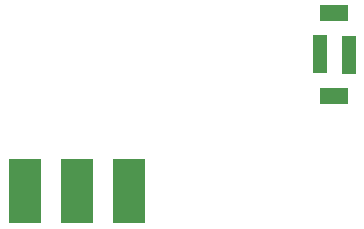
<source format=gbr>
*
%LPD*%
%LNChip Antenna-F.Mask*%
%FSLAX25Y25*%
%MOIN*%
%AD*%
%AD*%
%ADD16R,0.111023622X0.215748031*%
%ADD24R,0.105905512X0.215748031*%
%ADD25R,0.047244094X0.125984252*%
%ADD26R,0.094488189X0.05511811*%
G54D24*
%SRX1Y1I0.0J0.0*%
G1X62039Y12669D3*
G54D16*
G1X44795Y12669D3*
G1X79283Y12669D3*
G54D25*
G1X143036Y58260D3*
G54D26*
G1X147839Y72000D3*
G1X147839Y44441D3*
G54D25*
G1X152643Y58220D3*
M2*

</source>
